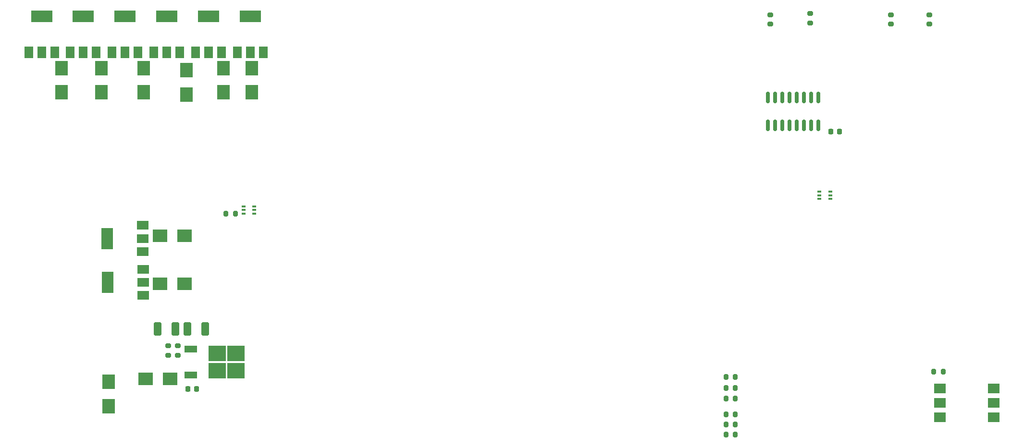
<source format=gbr>
%TF.GenerationSoftware,KiCad,Pcbnew,6.0.8-f2edbf62ab~116~ubuntu20.04.1*%
%TF.CreationDate,2022-12-03T19:21:23+01:00*%
%TF.ProjectId,shield_chm36VA,73686965-6c64-45f6-9368-6d333656412e,rev?*%
%TF.SameCoordinates,Original*%
%TF.FileFunction,Paste,Top*%
%TF.FilePolarity,Positive*%
%FSLAX46Y46*%
G04 Gerber Fmt 4.6, Leading zero omitted, Abs format (unit mm)*
G04 Created by KiCad (PCBNEW 6.0.8-f2edbf62ab~116~ubuntu20.04.1) date 2022-12-03 19:21:23*
%MOMM*%
%LPD*%
G01*
G04 APERTURE LIST*
G04 Aperture macros list*
%AMRoundRect*
0 Rectangle with rounded corners*
0 $1 Rounding radius*
0 $2 $3 $4 $5 $6 $7 $8 $9 X,Y pos of 4 corners*
0 Add a 4 corners polygon primitive as box body*
4,1,4,$2,$3,$4,$5,$6,$7,$8,$9,$2,$3,0*
0 Add four circle primitives for the rounded corners*
1,1,$1+$1,$2,$3*
1,1,$1+$1,$4,$5*
1,1,$1+$1,$6,$7*
1,1,$1+$1,$8,$9*
0 Add four rect primitives between the rounded corners*
20,1,$1+$1,$2,$3,$4,$5,0*
20,1,$1+$1,$4,$5,$6,$7,0*
20,1,$1+$1,$6,$7,$8,$9,0*
20,1,$1+$1,$8,$9,$2,$3,0*%
G04 Aperture macros list end*
%ADD10R,2.500000X2.300000*%
%ADD11RoundRect,0.200000X0.200000X0.275000X-0.200000X0.275000X-0.200000X-0.275000X0.200000X-0.275000X0*%
%ADD12R,3.050000X2.750000*%
%ADD13R,2.200000X1.200000*%
%ADD14RoundRect,0.200000X0.275000X-0.200000X0.275000X0.200000X-0.275000X0.200000X-0.275000X-0.200000X0*%
%ADD15RoundRect,0.250000X0.412500X0.925000X-0.412500X0.925000X-0.412500X-0.925000X0.412500X-0.925000X0*%
%ADD16R,0.650000X0.400000*%
%ADD17RoundRect,0.150000X-0.150000X0.825000X-0.150000X-0.825000X0.150000X-0.825000X0.150000X0.825000X0*%
%ADD18R,2.300000X2.500000*%
%ADD19RoundRect,0.200000X-0.200000X-0.275000X0.200000X-0.275000X0.200000X0.275000X-0.200000X0.275000X0*%
%ADD20RoundRect,0.225000X-0.225000X-0.250000X0.225000X-0.250000X0.225000X0.250000X-0.225000X0.250000X0*%
%ADD21R,1.500000X2.000000*%
%ADD22R,3.800000X2.000000*%
%ADD23R,2.000000X1.780000*%
%ADD24R,2.000000X1.500000*%
%ADD25R,2.000000X3.800000*%
%ADD26RoundRect,0.200000X-0.275000X0.200000X-0.275000X-0.200000X0.275000X-0.200000X0.275000X0.200000X0*%
%ADD27RoundRect,0.225000X0.225000X0.250000X-0.225000X0.250000X-0.225000X-0.250000X0.225000X-0.250000X0*%
G04 APERTURE END LIST*
D10*
X84150000Y-94500000D03*
X79850000Y-94500000D03*
X81650000Y-119800000D03*
X77350000Y-119800000D03*
D11*
X217825000Y-118500000D03*
X216175000Y-118500000D03*
D12*
X93250000Y-115250000D03*
X89900000Y-118300000D03*
X93250000Y-118300000D03*
X89900000Y-115250000D03*
D13*
X85275000Y-114495000D03*
X85275000Y-119055000D03*
D14*
X81250000Y-115575000D03*
X81250000Y-113925000D03*
D15*
X82537500Y-111000000D03*
X79462500Y-111000000D03*
D16*
X196050000Y-86750000D03*
X196050000Y-87400000D03*
X196050000Y-88050000D03*
X197950000Y-88050000D03*
X197950000Y-87400000D03*
X197950000Y-86750000D03*
D17*
X195845000Y-70125000D03*
X194575000Y-70125000D03*
X193305000Y-70125000D03*
X192035000Y-70125000D03*
X190765000Y-70125000D03*
X189495000Y-70125000D03*
X188225000Y-70125000D03*
X186955000Y-70125000D03*
X186955000Y-75075000D03*
X188225000Y-75075000D03*
X189495000Y-75075000D03*
X190765000Y-75075000D03*
X192035000Y-75075000D03*
X193305000Y-75075000D03*
X194575000Y-75075000D03*
X195845000Y-75075000D03*
D18*
X69500000Y-69250000D03*
X69500000Y-64950000D03*
D19*
X179575000Y-121400000D03*
X181225000Y-121400000D03*
X179575000Y-129600000D03*
X181225000Y-129600000D03*
D20*
X198025000Y-76200000D03*
X199575000Y-76200000D03*
D21*
X86092000Y-62150000D03*
X88392000Y-62150000D03*
X90692000Y-62150000D03*
D22*
X88392000Y-55850000D03*
D23*
X217235000Y-121460000D03*
X217235000Y-124000000D03*
X217235000Y-126540000D03*
X226765000Y-126540000D03*
X226765000Y-124000000D03*
X226765000Y-121460000D03*
D11*
X181225000Y-119400000D03*
X179575000Y-119400000D03*
D16*
X94550000Y-89350000D03*
X94550000Y-90000000D03*
X94550000Y-90650000D03*
X96450000Y-90650000D03*
X96450000Y-90000000D03*
X96450000Y-89350000D03*
D21*
X63994000Y-62150000D03*
X66294000Y-62150000D03*
X68594000Y-62150000D03*
D22*
X66294000Y-55850000D03*
D19*
X179575000Y-123200000D03*
X181225000Y-123200000D03*
D18*
X62500000Y-69250000D03*
X62500000Y-64950000D03*
D19*
X91475000Y-90600000D03*
X93125000Y-90600000D03*
D21*
X78726000Y-62150000D03*
X81026000Y-62150000D03*
X83326000Y-62150000D03*
D22*
X81026000Y-55850000D03*
D14*
X187400000Y-57225000D03*
X187400000Y-55575000D03*
D21*
X56700000Y-62150000D03*
X59000000Y-62150000D03*
X61300000Y-62150000D03*
D22*
X59000000Y-55850000D03*
D24*
X76900000Y-105050000D03*
X76900000Y-102750000D03*
X76900000Y-100450000D03*
D25*
X70600000Y-102750000D03*
D18*
X77000000Y-69250000D03*
X77000000Y-64950000D03*
D26*
X215400000Y-55575000D03*
X215400000Y-57225000D03*
D18*
X91000000Y-69250000D03*
X91000000Y-64950000D03*
D10*
X84150000Y-103000000D03*
X79850000Y-103000000D03*
D18*
X84500000Y-69650000D03*
X84500000Y-65350000D03*
D26*
X83000000Y-113925000D03*
X83000000Y-115575000D03*
D18*
X96000000Y-69250000D03*
X96000000Y-64950000D03*
D11*
X181225000Y-127800000D03*
X179575000Y-127800000D03*
D21*
X93458000Y-62150000D03*
X95758000Y-62150000D03*
X98058000Y-62150000D03*
D22*
X95758000Y-55850000D03*
D18*
X70800000Y-124550000D03*
X70800000Y-120250000D03*
D19*
X179575000Y-126000000D03*
X181225000Y-126000000D03*
D24*
X76800000Y-97300000D03*
X76800000Y-95000000D03*
X76800000Y-92700000D03*
D25*
X70500000Y-95000000D03*
D27*
X86275000Y-121500000D03*
X84725000Y-121500000D03*
D15*
X87787500Y-111000000D03*
X84712500Y-111000000D03*
D14*
X194400000Y-57025000D03*
X194400000Y-55375000D03*
D21*
X71360000Y-62150000D03*
X73660000Y-62150000D03*
X75960000Y-62150000D03*
D22*
X73660000Y-55850000D03*
D26*
X208600000Y-55575000D03*
X208600000Y-57225000D03*
M02*

</source>
